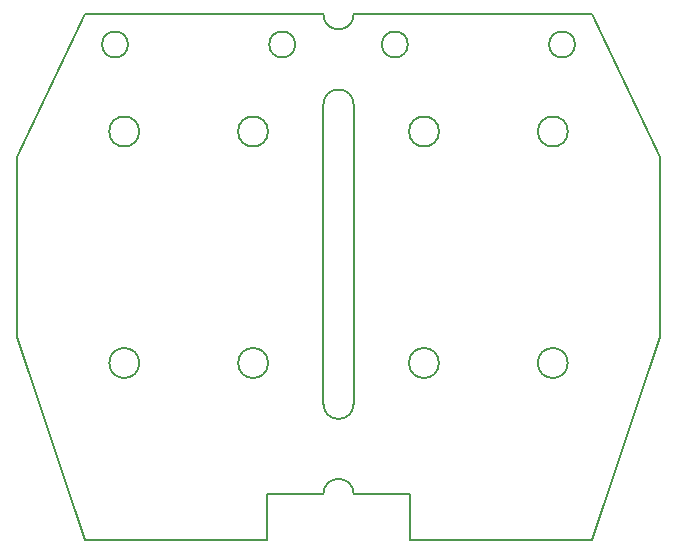
<source format=gbr>
G04 #@! TF.GenerationSoftware,KiCad,Pcbnew,(5.1.6-0-10_14)*
G04 #@! TF.CreationDate,2022-08-17T10:56:06+09:00*
G04 #@! TF.ProjectId,cool536trackballparts,636f6f6c-3533-4367-9472-61636b62616c,rev?*
G04 #@! TF.SameCoordinates,Original*
G04 #@! TF.FileFunction,Profile,NP*
%FSLAX46Y46*%
G04 Gerber Fmt 4.6, Leading zero omitted, Abs format (unit mm)*
G04 Created by KiCad (PCBNEW (5.1.6-0-10_14)) date 2022-08-17 10:56:06*
%MOMM*%
%LPD*%
G01*
G04 APERTURE LIST*
G04 #@! TA.AperFunction,Profile*
%ADD10C,0.150000*%
G04 #@! TD*
G04 APERTURE END LIST*
D10*
X62989922Y-60850000D02*
G75*
G02*
X60430000Y-60850000I-1279961J0D01*
G01*
X60430000Y-68490000D02*
G75*
G02*
X62989922Y-68490000I1279961J0D01*
G01*
X60430000Y-35530000D02*
G75*
G02*
X62989922Y-35530000I1279961J0D01*
G01*
X62989922Y-27870000D02*
G75*
G02*
X60430000Y-27870000I-1279961J0D01*
G01*
X83180000Y-27870000D02*
X88930000Y-40000000D01*
X81120000Y-57400000D02*
G75*
G03*
X81120000Y-57400000I-1270000J0D01*
G01*
X67750000Y-68490000D02*
X67750000Y-72380000D01*
X88930000Y-55200000D02*
X83180000Y-72380000D01*
X83180000Y-27870000D02*
X62990000Y-27870000D01*
X70220000Y-37800000D02*
G75*
G03*
X70220000Y-37800000I-1270000J0D01*
G01*
X67580000Y-30430000D02*
G75*
G03*
X67580000Y-30430000I-1100000J0D01*
G01*
X62989922Y-68490000D02*
X67750000Y-68490000D01*
X81740000Y-30430000D02*
G75*
G03*
X81740000Y-30430000I-1100000J0D01*
G01*
X81130000Y-37800000D02*
G75*
G03*
X81130000Y-37800000I-1270000J0D01*
G01*
X62989922Y-35530000D02*
X62989922Y-60850000D01*
X83180000Y-72380000D02*
X67750000Y-72380000D01*
X88930000Y-40000000D02*
X88930000Y-55200000D01*
X70210000Y-57400000D02*
G75*
G03*
X70210000Y-57400000I-1270000J0D01*
G01*
X55750000Y-57400000D02*
G75*
G03*
X55750000Y-57400000I-1270000J0D01*
G01*
X44840000Y-57400000D02*
G75*
G03*
X44840000Y-57400000I-1270000J0D01*
G01*
X55740000Y-37800000D02*
G75*
G03*
X55740000Y-37800000I-1270000J0D01*
G01*
X44830000Y-37800000D02*
G75*
G03*
X44830000Y-37800000I-1270000J0D01*
G01*
X34490000Y-55200000D02*
X40240000Y-72380000D01*
X34490000Y-40000000D02*
X34490000Y-55200000D01*
X40240000Y-27870000D02*
X34490000Y-40000000D01*
X40240000Y-72380000D02*
X55670000Y-72380000D01*
X58040000Y-30430000D02*
G75*
G03*
X58040000Y-30430000I-1100000J0D01*
G01*
X60430000Y-68490000D02*
X55670000Y-68490000D01*
X55670000Y-68490000D02*
X55670000Y-72380000D01*
X40240000Y-27870000D02*
X60430000Y-27870000D01*
X60430000Y-35530000D02*
X60430000Y-60850000D01*
X43880000Y-30430000D02*
G75*
G03*
X43880000Y-30430000I-1100000J0D01*
G01*
M02*

</source>
